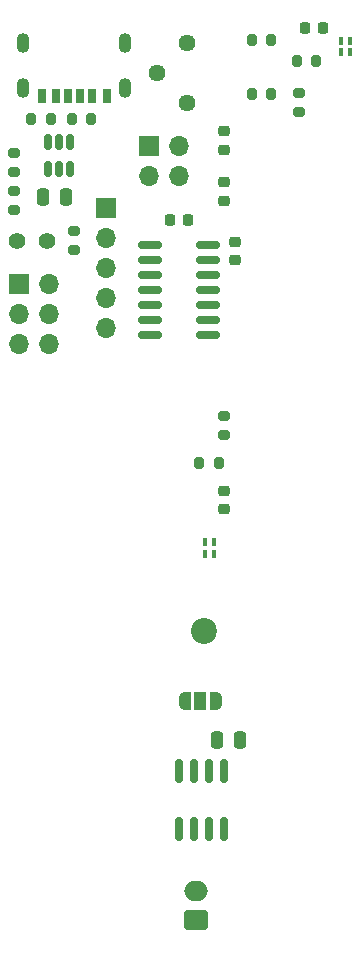
<source format=gts>
G04 #@! TF.GenerationSoftware,KiCad,Pcbnew,(6.0.10-0)*
G04 #@! TF.CreationDate,2023-11-26T23:42:57+09:00*
G04 #@! TF.ProjectId,AutoFeeder_Drum-type,4175746f-4665-4656-9465-725f4472756d,01*
G04 #@! TF.SameCoordinates,Original*
G04 #@! TF.FileFunction,Soldermask,Top*
G04 #@! TF.FilePolarity,Negative*
%FSLAX46Y46*%
G04 Gerber Fmt 4.6, Leading zero omitted, Abs format (unit mm)*
G04 Created by KiCad (PCBNEW (6.0.10-0)) date 2023-11-26 23:42:57*
%MOMM*%
%LPD*%
G01*
G04 APERTURE LIST*
G04 Aperture macros list*
%AMRoundRect*
0 Rectangle with rounded corners*
0 $1 Rounding radius*
0 $2 $3 $4 $5 $6 $7 $8 $9 X,Y pos of 4 corners*
0 Add a 4 corners polygon primitive as box body*
4,1,4,$2,$3,$4,$5,$6,$7,$8,$9,$2,$3,0*
0 Add four circle primitives for the rounded corners*
1,1,$1+$1,$2,$3*
1,1,$1+$1,$4,$5*
1,1,$1+$1,$6,$7*
1,1,$1+$1,$8,$9*
0 Add four rect primitives between the rounded corners*
20,1,$1+$1,$2,$3,$4,$5,0*
20,1,$1+$1,$4,$5,$6,$7,0*
20,1,$1+$1,$6,$7,$8,$9,0*
20,1,$1+$1,$8,$9,$2,$3,0*%
%AMFreePoly0*
4,1,22,0.550000,-0.750000,0.000000,-0.750000,0.000000,-0.745033,-0.079941,-0.743568,-0.215256,-0.701293,-0.333266,-0.622738,-0.424486,-0.514219,-0.481581,-0.384460,-0.499164,-0.250000,-0.500000,-0.250000,-0.500000,0.250000,-0.499164,0.250000,-0.499963,0.256109,-0.478152,0.396186,-0.417904,0.524511,-0.324060,0.630769,-0.204165,0.706417,-0.067858,0.745374,0.000000,0.744959,0.000000,0.750000,
0.550000,0.750000,0.550000,-0.750000,0.550000,-0.750000,$1*%
%AMFreePoly1*
4,1,20,0.000000,0.744959,0.073905,0.744508,0.209726,0.703889,0.328688,0.626782,0.421226,0.519385,0.479903,0.390333,0.500000,0.250000,0.500000,-0.250000,0.499851,-0.262216,0.476331,-0.402017,0.414519,-0.529596,0.319384,-0.634700,0.198574,-0.708877,0.061801,-0.746166,0.000000,-0.745033,0.000000,-0.750000,-0.550000,-0.750000,-0.550000,0.750000,0.000000,0.750000,0.000000,0.744959,
0.000000,0.744959,$1*%
G04 Aperture macros list end*
%ADD10FreePoly0,180.000000*%
%ADD11R,1.000000X1.500000*%
%ADD12FreePoly1,180.000000*%
%ADD13RoundRect,0.225000X-0.250000X0.225000X-0.250000X-0.225000X0.250000X-0.225000X0.250000X0.225000X0*%
%ADD14RoundRect,0.225000X0.225000X0.250000X-0.225000X0.250000X-0.225000X-0.250000X0.225000X-0.250000X0*%
%ADD15RoundRect,0.200000X-0.200000X-0.275000X0.200000X-0.275000X0.200000X0.275000X-0.200000X0.275000X0*%
%ADD16RoundRect,0.250000X-0.250000X-0.475000X0.250000X-0.475000X0.250000X0.475000X-0.250000X0.475000X0*%
%ADD17RoundRect,0.200000X-0.275000X0.200000X-0.275000X-0.200000X0.275000X-0.200000X0.275000X0.200000X0*%
%ADD18R,0.400000X0.650000*%
%ADD19RoundRect,0.200000X0.275000X-0.200000X0.275000X0.200000X-0.275000X0.200000X-0.275000X-0.200000X0*%
%ADD20R,1.700000X1.700000*%
%ADD21O,1.700000X1.700000*%
%ADD22RoundRect,0.200000X0.200000X0.275000X-0.200000X0.275000X-0.200000X-0.275000X0.200000X-0.275000X0*%
%ADD23C,1.440000*%
%ADD24RoundRect,0.150000X-0.150000X0.825000X-0.150000X-0.825000X0.150000X-0.825000X0.150000X0.825000X0*%
%ADD25C,1.400000*%
%ADD26RoundRect,0.150000X0.150000X-0.512500X0.150000X0.512500X-0.150000X0.512500X-0.150000X-0.512500X0*%
%ADD27C,2.200000*%
%ADD28R,0.700000X1.200000*%
%ADD29R,0.760000X1.200000*%
%ADD30R,0.800000X1.200000*%
%ADD31O,1.100000X1.700000*%
%ADD32RoundRect,0.150000X-0.825000X-0.150000X0.825000X-0.150000X0.825000X0.150000X-0.825000X0.150000X0*%
%ADD33RoundRect,0.250000X0.750000X-0.600000X0.750000X0.600000X-0.750000X0.600000X-0.750000X-0.600000X0*%
%ADD34O,2.000000X1.700000*%
%ADD35RoundRect,0.218750X0.256250X-0.218750X0.256250X0.218750X-0.256250X0.218750X-0.256250X-0.218750X0*%
%ADD36RoundRect,0.225000X0.250000X-0.225000X0.250000X0.225000X-0.250000X0.225000X-0.250000X-0.225000X0*%
G04 APERTURE END LIST*
D10*
X155478000Y-117983000D03*
D11*
X154178000Y-117983000D03*
D12*
X152878000Y-117983000D03*
D13*
X156210000Y-100190000D03*
X156210000Y-101740000D03*
D14*
X153175000Y-77216000D03*
X151625000Y-77216000D03*
D15*
X162370000Y-63754000D03*
X164020000Y-63754000D03*
D16*
X140909000Y-75311000D03*
X142809000Y-75311000D03*
D17*
X162560000Y-66485000D03*
X162560000Y-68135000D03*
X138430000Y-74740000D03*
X138430000Y-76390000D03*
D18*
X154620000Y-105500000D03*
X155380000Y-105500000D03*
X155380000Y-104500000D03*
X154620000Y-104500000D03*
D19*
X156210000Y-95440000D03*
X156210000Y-93790000D03*
D20*
X138811000Y-82677000D03*
D21*
X141351000Y-82677000D03*
X138811000Y-85217000D03*
X141351000Y-85217000D03*
X138811000Y-87757000D03*
X141351000Y-87757000D03*
D22*
X155765000Y-97790000D03*
X154115000Y-97790000D03*
X160210000Y-66548000D03*
X158560000Y-66548000D03*
D20*
X149860000Y-70993000D03*
D21*
X152400000Y-70993000D03*
X149860000Y-73533000D03*
X152400000Y-73533000D03*
D23*
X153035000Y-62230000D03*
X150495000Y-64770000D03*
X153035000Y-67310000D03*
D24*
X156210000Y-123890000D03*
X154940000Y-123890000D03*
X153670000Y-123890000D03*
X152400000Y-123890000D03*
X152400000Y-128840000D03*
X153670000Y-128840000D03*
X154940000Y-128840000D03*
X156210000Y-128840000D03*
D18*
X166120000Y-63050000D03*
X166880000Y-63050000D03*
X166880000Y-62050000D03*
X166120000Y-62050000D03*
D25*
X141204000Y-78994000D03*
X138664000Y-78994000D03*
D20*
X146177000Y-76200000D03*
D21*
X146177000Y-78740000D03*
X146177000Y-81280000D03*
X146177000Y-83820000D03*
X146177000Y-86360000D03*
D26*
X141290000Y-72892500D03*
X142240000Y-72892500D03*
X143190000Y-72892500D03*
X143190000Y-70617500D03*
X142240000Y-70617500D03*
X141290000Y-70617500D03*
D27*
X154500000Y-112000000D03*
D19*
X138430000Y-73215000D03*
X138430000Y-71565000D03*
D28*
X144010000Y-66780000D03*
D29*
X141990000Y-66780000D03*
D30*
X140760000Y-66780000D03*
D28*
X143010000Y-66780000D03*
D29*
X145030000Y-66780000D03*
D30*
X146260000Y-66780000D03*
D31*
X139190000Y-66030000D03*
X139190000Y-62230000D03*
X147830000Y-62230000D03*
X147830000Y-66030000D03*
D16*
X155641000Y-121285000D03*
X157541000Y-121285000D03*
D32*
X149925000Y-79375000D03*
X149925000Y-80645000D03*
X149925000Y-81915000D03*
X149925000Y-83185000D03*
X149925000Y-84455000D03*
X149925000Y-85725000D03*
X149925000Y-86995000D03*
X154875000Y-86995000D03*
X154875000Y-85725000D03*
X154875000Y-84455000D03*
X154875000Y-83185000D03*
X154875000Y-81915000D03*
X154875000Y-80645000D03*
X154875000Y-79375000D03*
D33*
X153780000Y-136525000D03*
D34*
X153780000Y-134025000D03*
D35*
X156210000Y-71272500D03*
X156210000Y-69697500D03*
X156210000Y-75590500D03*
X156210000Y-74015500D03*
D19*
X143510000Y-79819000D03*
X143510000Y-78169000D03*
D36*
X157099000Y-80658000D03*
X157099000Y-79108000D03*
D14*
X164605000Y-60960000D03*
X163055000Y-60960000D03*
D22*
X141541000Y-68707000D03*
X139891000Y-68707000D03*
X160210000Y-61976000D03*
X158560000Y-61976000D03*
D15*
X143320000Y-68707000D03*
X144970000Y-68707000D03*
M02*

</source>
